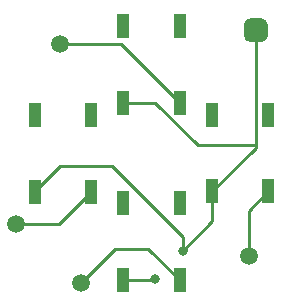
<source format=gbr>
%TF.GenerationSoftware,KiCad,Pcbnew,5.1.9+dfsg1-1*%
%TF.CreationDate,2022-05-26T09:54:06+01:00*%
%TF.ProjectId,ds_lite_clicky_buttons,64735f6c-6974-4655-9f63-6c69636b795f,rev?*%
%TF.SameCoordinates,Original*%
%TF.FileFunction,Copper,L1,Top*%
%TF.FilePolarity,Positive*%
%FSLAX46Y46*%
G04 Gerber Fmt 4.6, Leading zero omitted, Abs format (unit mm)*
G04 Created by KiCad (PCBNEW 5.1.9+dfsg1-1) date 2022-05-26 09:54:06*
%MOMM*%
%LPD*%
G01*
G04 APERTURE LIST*
%TA.AperFunction,SMDPad,CuDef*%
%ADD10R,1.000000X2.000000*%
%TD*%
%TA.AperFunction,ComponentPad*%
%ADD11C,1.500000*%
%TD*%
%TA.AperFunction,ViaPad*%
%ADD12C,0.800000*%
%TD*%
%TA.AperFunction,Conductor*%
%ADD13C,0.250000*%
%TD*%
G04 APERTURE END LIST*
D10*
%TO.P,SW4,3*%
%TO.N,N/C*%
X148188680Y-92298520D03*
%TO.P,SW4,4*%
X152963880Y-92298520D03*
%TO.P,SW4,2*%
%TO.N,Net-(SW4-Pad2)*%
X152963880Y-98800920D03*
%TO.P,SW4,1*%
%TO.N,Net-(SW1-Pad1)*%
X148188680Y-98800920D03*
%TD*%
%TO.P,SW1,3*%
%TO.N,N/C*%
X140685520Y-84795360D03*
%TO.P,SW1,4*%
X145460720Y-84795360D03*
%TO.P,SW1,2*%
%TO.N,Net-(SW1-Pad2)*%
X145460720Y-91297760D03*
%TO.P,SW1,1*%
%TO.N,Net-(SW1-Pad1)*%
X140685520Y-91297760D03*
%TD*%
D11*
%TO.P,R00,1*%
%TO.N,Net-(SW1-Pad2)*%
X135326120Y-86288880D03*
%TD*%
%TO.P,R01,1*%
%TO.N,Net-(SW2-Pad2)*%
X131556760Y-101559360D03*
%TD*%
%TO.P,P00,1*%
%TO.N,Net-(SW4-Pad2)*%
X151323040Y-104297480D03*
%TD*%
%TO.P,P01,1*%
%TO.N,Net-(SW3-Pad2)*%
X137068560Y-106537760D03*
%TD*%
D10*
%TO.P,SW3,3*%
%TO.N,N/C*%
X140685520Y-99796600D03*
%TO.P,SW3,4*%
X145460720Y-99796600D03*
%TO.P,SW3,2*%
%TO.N,Net-(SW3-Pad2)*%
X145460720Y-106299000D03*
%TO.P,SW3,1*%
%TO.N,Net-(SW1-Pad1)*%
X140685520Y-106299000D03*
%TD*%
%TO.P,SW2,3*%
%TO.N,N/C*%
X133177280Y-92303600D03*
%TO.P,SW2,4*%
X137952480Y-92303600D03*
%TO.P,SW2,2*%
%TO.N,Net-(SW2-Pad2)*%
X137952480Y-98806000D03*
%TO.P,SW2,1*%
%TO.N,Net-(SW1-Pad1)*%
X133177280Y-98806000D03*
%TD*%
%TO.P,GND,1*%
%TO.N,Net-(SW1-Pad1)*%
%TA.AperFunction,SMDPad,CuDef*%
G36*
G01*
X150902160Y-85645880D02*
X150902160Y-84645880D01*
G75*
G02*
X151402160Y-84145880I500000J0D01*
G01*
X152402160Y-84145880D01*
G75*
G02*
X152902160Y-84645880I0J-500000D01*
G01*
X152902160Y-85645880D01*
G75*
G02*
X152402160Y-86145880I-500000J0D01*
G01*
X151402160Y-86145880D01*
G75*
G02*
X150902160Y-85645880I0J500000D01*
G01*
G37*
%TD.AperFunction*%
%TD*%
D12*
%TO.N,Net-(SW1-Pad1)*%
X143393160Y-106238040D03*
X145709640Y-103809800D03*
%TD*%
D13*
%TO.N,Net-(SW1-Pad2)*%
X140451840Y-86288880D02*
X145460720Y-91297760D01*
X135326120Y-86288880D02*
X140451840Y-86288880D01*
%TO.N,Net-(SW2-Pad2)*%
X135199120Y-101559360D02*
X137952480Y-98806000D01*
X131556760Y-101559360D02*
X135199120Y-101559360D01*
%TO.N,Net-(SW3-Pad2)*%
X137068560Y-106537760D02*
X139964160Y-103642160D01*
X142803880Y-103642160D02*
X145460720Y-106299000D01*
X139964160Y-103642160D02*
X142803880Y-103642160D01*
%TO.N,Net-(SW4-Pad2)*%
X151323040Y-100441760D02*
X152963880Y-98800920D01*
X151323040Y-104297480D02*
X151323040Y-100441760D01*
%TO.N,Net-(SW1-Pad1)*%
X140685520Y-91297760D02*
X141435520Y-91297760D01*
X151902160Y-95087440D02*
X148188680Y-98800920D01*
X146982518Y-94904560D02*
X151902160Y-94904560D01*
X143375718Y-91297760D02*
X146982518Y-94904560D01*
X140685520Y-91297760D02*
X143375718Y-91297760D01*
X151902160Y-94904560D02*
X151902160Y-95087440D01*
X151902160Y-85145880D02*
X151902160Y-94904560D01*
X143332200Y-106299000D02*
X143393160Y-106238040D01*
X140685520Y-106299000D02*
X143332200Y-106299000D01*
X148188680Y-101330760D02*
X148188680Y-98800920D01*
X145709640Y-103809800D02*
X148188680Y-101330760D01*
X145709640Y-103809800D02*
X145709640Y-102616000D01*
X145709640Y-102616000D02*
X139755880Y-96662240D01*
X135321040Y-96662240D02*
X133236814Y-98746466D01*
X139755880Y-96662240D02*
X135321040Y-96662240D01*
%TD*%
M02*

</source>
